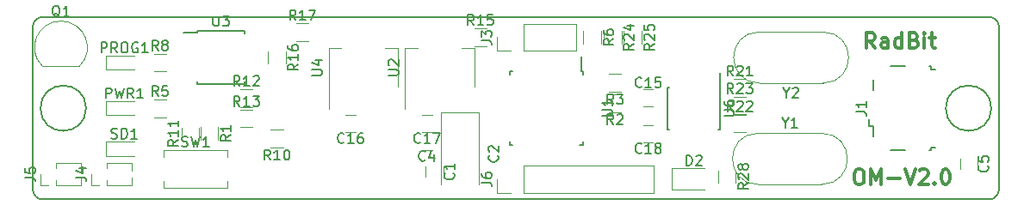
<source format=gbr>
%TF.GenerationSoftware,KiCad,Pcbnew,4.0.7*%
%TF.CreationDate,2018-01-21T21:44:21+02:00*%
%TF.ProjectId,OilMeteo_V2.0,4F696C4D6574656F5F56322E302E6B69,rev?*%
%TF.FileFunction,Legend,Top*%
%FSLAX46Y46*%
G04 Gerber Fmt 4.6, Leading zero omitted, Abs format (unit mm)*
G04 Created by KiCad (PCBNEW 4.0.7) date 01/21/18 21:44:21*
%MOMM*%
%LPD*%
G01*
G04 APERTURE LIST*
%ADD10C,0.150000*%
%ADD11C,0.300000*%
%ADD12C,0.120000*%
G04 APERTURE END LIST*
D10*
X100000000Y-35000000D02*
X193000000Y-35000000D01*
X99000000Y-52000000D02*
X99000000Y-36000000D01*
X193000000Y-53000000D02*
X100000000Y-53000000D01*
X194000000Y-36000000D02*
X194000000Y-52000000D01*
X194000000Y-36000000D02*
G75*
G03X193000000Y-35000000I-1000000J0D01*
G01*
X193000000Y-53000000D02*
G75*
G03X194000000Y-52000000I0J1000000D01*
G01*
X99000000Y-52000000D02*
G75*
G03X100000000Y-53000000I1000000J0D01*
G01*
X100000000Y-35000000D02*
G75*
G03X99000000Y-36000000I0J-1000000D01*
G01*
D11*
X181807789Y-38062291D02*
X181307789Y-37348006D01*
X180950646Y-38062291D02*
X180950646Y-36562291D01*
X181522074Y-36562291D01*
X181664932Y-36633720D01*
X181736360Y-36705149D01*
X181807789Y-36848006D01*
X181807789Y-37062291D01*
X181736360Y-37205149D01*
X181664932Y-37276577D01*
X181522074Y-37348006D01*
X180950646Y-37348006D01*
X183093503Y-38062291D02*
X183093503Y-37276577D01*
X183022074Y-37133720D01*
X182879217Y-37062291D01*
X182593503Y-37062291D01*
X182450646Y-37133720D01*
X183093503Y-37990863D02*
X182950646Y-38062291D01*
X182593503Y-38062291D01*
X182450646Y-37990863D01*
X182379217Y-37848006D01*
X182379217Y-37705149D01*
X182450646Y-37562291D01*
X182593503Y-37490863D01*
X182950646Y-37490863D01*
X183093503Y-37419434D01*
X184450646Y-38062291D02*
X184450646Y-36562291D01*
X184450646Y-37990863D02*
X184307789Y-38062291D01*
X184022075Y-38062291D01*
X183879217Y-37990863D01*
X183807789Y-37919434D01*
X183736360Y-37776577D01*
X183736360Y-37348006D01*
X183807789Y-37205149D01*
X183879217Y-37133720D01*
X184022075Y-37062291D01*
X184307789Y-37062291D01*
X184450646Y-37133720D01*
X185664932Y-37276577D02*
X185879218Y-37348006D01*
X185950646Y-37419434D01*
X186022075Y-37562291D01*
X186022075Y-37776577D01*
X185950646Y-37919434D01*
X185879218Y-37990863D01*
X185736360Y-38062291D01*
X185164932Y-38062291D01*
X185164932Y-36562291D01*
X185664932Y-36562291D01*
X185807789Y-36633720D01*
X185879218Y-36705149D01*
X185950646Y-36848006D01*
X185950646Y-36990863D01*
X185879218Y-37133720D01*
X185807789Y-37205149D01*
X185664932Y-37276577D01*
X185164932Y-37276577D01*
X186664932Y-38062291D02*
X186664932Y-37062291D01*
X186664932Y-36562291D02*
X186593503Y-36633720D01*
X186664932Y-36705149D01*
X186736360Y-36633720D01*
X186664932Y-36562291D01*
X186664932Y-36705149D01*
X187164932Y-37062291D02*
X187736361Y-37062291D01*
X187379218Y-36562291D02*
X187379218Y-37848006D01*
X187450646Y-37990863D01*
X187593504Y-38062291D01*
X187736361Y-38062291D01*
X180102737Y-50029371D02*
X180388451Y-50029371D01*
X180531309Y-50100800D01*
X180674166Y-50243657D01*
X180745594Y-50529371D01*
X180745594Y-51029371D01*
X180674166Y-51315086D01*
X180531309Y-51457943D01*
X180388451Y-51529371D01*
X180102737Y-51529371D01*
X179959880Y-51457943D01*
X179817023Y-51315086D01*
X179745594Y-51029371D01*
X179745594Y-50529371D01*
X179817023Y-50243657D01*
X179959880Y-50100800D01*
X180102737Y-50029371D01*
X181388452Y-51529371D02*
X181388452Y-50029371D01*
X181888452Y-51100800D01*
X182388452Y-50029371D01*
X182388452Y-51529371D01*
X183102738Y-50957943D02*
X184245595Y-50957943D01*
X184745595Y-50029371D02*
X185245595Y-51529371D01*
X185745595Y-50029371D01*
X186174166Y-50172229D02*
X186245595Y-50100800D01*
X186388452Y-50029371D01*
X186745595Y-50029371D01*
X186888452Y-50100800D01*
X186959881Y-50172229D01*
X187031309Y-50315086D01*
X187031309Y-50457943D01*
X186959881Y-50672229D01*
X186102738Y-51529371D01*
X187031309Y-51529371D01*
X187674166Y-51386514D02*
X187745594Y-51457943D01*
X187674166Y-51529371D01*
X187602737Y-51457943D01*
X187674166Y-51386514D01*
X187674166Y-51529371D01*
X188674166Y-50029371D02*
X188817023Y-50029371D01*
X188959880Y-50100800D01*
X189031309Y-50172229D01*
X189102738Y-50315086D01*
X189174166Y-50600800D01*
X189174166Y-50957943D01*
X189102738Y-51243657D01*
X189031309Y-51386514D01*
X188959880Y-51457943D01*
X188817023Y-51529371D01*
X188674166Y-51529371D01*
X188531309Y-51457943D01*
X188459880Y-51386514D01*
X188388452Y-51243657D01*
X188317023Y-50957943D01*
X188317023Y-50600800D01*
X188388452Y-50315086D01*
X188459880Y-50172229D01*
X188531309Y-50100800D01*
X188674166Y-50029371D01*
D10*
X104236068Y-44000000D02*
G75*
G03X104236068Y-44000000I-2236068J0D01*
G01*
X193236068Y-44000000D02*
G75*
G03X193236068Y-44000000I-2236068J0D01*
G01*
D12*
X139350000Y-50750000D02*
X139350000Y-49750000D01*
X137650000Y-49750000D02*
X137650000Y-50750000D01*
X142850000Y-44400000D02*
X142850000Y-51500000D01*
X139150000Y-44400000D02*
X139150000Y-51500000D01*
X142850000Y-44400000D02*
X139150000Y-44400000D01*
X137250000Y-48100000D02*
X138250000Y-48100000D01*
X138250000Y-46400000D02*
X137250000Y-46400000D01*
X191850000Y-50000000D02*
X191850000Y-49000000D01*
X190150000Y-49000000D02*
X190150000Y-50000000D01*
X160000000Y-42150000D02*
X159000000Y-42150000D01*
X159000000Y-43850000D02*
X160000000Y-43850000D01*
X129750000Y-46350000D02*
X130750000Y-46350000D01*
X130750000Y-44650000D02*
X129750000Y-44650000D01*
X137250000Y-46350000D02*
X138250000Y-46350000D01*
X138250000Y-44650000D02*
X137250000Y-44650000D01*
X159000000Y-47350000D02*
X160000000Y-47350000D01*
X160000000Y-45650000D02*
X159000000Y-45650000D01*
X161800000Y-49940000D02*
X161800000Y-52060000D01*
X165000000Y-49940000D02*
X161800000Y-49940000D01*
X161800000Y-52060000D02*
X165000000Y-52060000D01*
D10*
X183350000Y-48150000D02*
X184750000Y-48150000D01*
X187150000Y-48150000D02*
X187300000Y-48150000D01*
X187300000Y-48150000D02*
X187300000Y-47850000D01*
X187300000Y-47850000D02*
X187750000Y-47850000D01*
X187750000Y-40150000D02*
X187300000Y-40150000D01*
X187300000Y-40150000D02*
X187300000Y-39850000D01*
X187300000Y-39850000D02*
X187150000Y-39850000D01*
X184750000Y-39850000D02*
X183350000Y-39850000D01*
X181175000Y-45075000D02*
X181175000Y-45800000D01*
X181175000Y-45800000D02*
X181600000Y-45800000D01*
X181600000Y-45800000D02*
X181600000Y-46800000D01*
X181600000Y-42200000D02*
X181600000Y-41200000D01*
D12*
X152410000Y-38330000D02*
X152410000Y-35670000D01*
X147270000Y-38330000D02*
X152410000Y-38330000D01*
X147270000Y-35670000D02*
X152410000Y-35670000D01*
X147270000Y-38330000D02*
X147270000Y-35670000D01*
X146000000Y-38330000D02*
X144670000Y-38330000D01*
X144670000Y-38330000D02*
X144670000Y-37000000D01*
X108735000Y-51610000D02*
X108735000Y-50807530D01*
X108735000Y-50192470D02*
X108735000Y-49390000D01*
X106260000Y-51610000D02*
X108735000Y-51610000D01*
X106260000Y-49390000D02*
X108735000Y-49390000D01*
X106260000Y-51610000D02*
X106260000Y-51063471D01*
X106260000Y-49936529D02*
X106260000Y-49390000D01*
X105500000Y-51610000D02*
X104740000Y-51610000D01*
X104740000Y-51610000D02*
X104740000Y-50500000D01*
X103735000Y-51610000D02*
X103735000Y-50807530D01*
X103735000Y-50192470D02*
X103735000Y-49390000D01*
X101260000Y-51610000D02*
X103735000Y-51610000D01*
X101260000Y-49390000D02*
X103735000Y-49390000D01*
X101260000Y-51610000D02*
X101260000Y-51063471D01*
X101260000Y-49936529D02*
X101260000Y-49390000D01*
X100500000Y-51610000D02*
X99740000Y-51610000D01*
X99740000Y-51610000D02*
X99740000Y-50500000D01*
X160030000Y-52330000D02*
X160030000Y-49670000D01*
X147270000Y-52330000D02*
X160030000Y-52330000D01*
X147270000Y-49670000D02*
X160030000Y-49670000D01*
X147270000Y-52330000D02*
X147270000Y-49670000D01*
X146000000Y-52330000D02*
X144670000Y-52330000D01*
X144670000Y-52330000D02*
X144670000Y-51000000D01*
X106200000Y-38800000D02*
X106200000Y-40200000D01*
X106200000Y-40200000D02*
X109000000Y-40200000D01*
X106200000Y-38800000D02*
X109000000Y-38800000D01*
X106200000Y-43300000D02*
X106200000Y-44700000D01*
X106200000Y-44700000D02*
X109000000Y-44700000D01*
X106200000Y-43300000D02*
X109000000Y-43300000D01*
X99970000Y-39850000D02*
X103570000Y-39850000D01*
X99931522Y-39838478D02*
G75*
G02X101770000Y-35400000I1838478J1838478D01*
G01*
X103608478Y-39838478D02*
G75*
G03X101770000Y-35400000I-1838478J1838478D01*
G01*
X115477400Y-47082000D02*
X115477400Y-45882000D01*
X117237400Y-45882000D02*
X117237400Y-47082000D01*
X155650000Y-42620000D02*
X156850000Y-42620000D01*
X156850000Y-44380000D02*
X155650000Y-44380000D01*
X155650000Y-40620000D02*
X156850000Y-40620000D01*
X156850000Y-42380000D02*
X155650000Y-42380000D01*
X112100000Y-44880000D02*
X110900000Y-44880000D01*
X110900000Y-43120000D02*
X112100000Y-43120000D01*
X153120000Y-37600000D02*
X153120000Y-36400000D01*
X154880000Y-36400000D02*
X154880000Y-37600000D01*
X112100000Y-40380000D02*
X110900000Y-40380000D01*
X110900000Y-38620000D02*
X112100000Y-38620000D01*
X122400000Y-46120000D02*
X123600000Y-46120000D01*
X123600000Y-47880000D02*
X122400000Y-47880000D01*
X115380000Y-45900000D02*
X115380000Y-47100000D01*
X113620000Y-47100000D02*
X113620000Y-45900000D01*
X120600000Y-43880000D02*
X119400000Y-43880000D01*
X119400000Y-42120000D02*
X120600000Y-42120000D01*
X120600000Y-45880000D02*
X119400000Y-45880000D01*
X119400000Y-44120000D02*
X120600000Y-44120000D01*
X143600000Y-37880000D02*
X142400000Y-37880000D01*
X142400000Y-36120000D02*
X143600000Y-36120000D01*
X122120000Y-39600000D02*
X122120000Y-38400000D01*
X123880000Y-38400000D02*
X123880000Y-39600000D01*
X126100000Y-37380000D02*
X124900000Y-37380000D01*
X124900000Y-35620000D02*
X126100000Y-35620000D01*
X169100000Y-42880000D02*
X167900000Y-42880000D01*
X167900000Y-41120000D02*
X169100000Y-41120000D01*
X169100000Y-46380000D02*
X167900000Y-46380000D01*
X167900000Y-44620000D02*
X169100000Y-44620000D01*
X169100000Y-44630000D02*
X167900000Y-44630000D01*
X167900000Y-42870000D02*
X169100000Y-42870000D01*
X155120000Y-37600000D02*
X155120000Y-36400000D01*
X156880000Y-36400000D02*
X156880000Y-37600000D01*
X157120000Y-37600000D02*
X157120000Y-36400000D01*
X158880000Y-36400000D02*
X158880000Y-37600000D01*
X166370000Y-51350000D02*
X166370000Y-50150000D01*
X168130000Y-50150000D02*
X168130000Y-51350000D01*
X106200000Y-47300000D02*
X106200000Y-48700000D01*
X106200000Y-48700000D02*
X109000000Y-48700000D01*
X106200000Y-47300000D02*
X109000000Y-47300000D01*
X118100000Y-48150000D02*
X118100000Y-48800000D01*
X118100000Y-51850000D02*
X118100000Y-51200000D01*
X111900000Y-51200000D02*
X111900000Y-51850000D01*
X111900000Y-48150000D02*
X111900000Y-48800000D01*
X118100000Y-48150000D02*
X111900000Y-48150000D01*
X111900000Y-51850000D02*
X118100000Y-51850000D01*
D10*
X153125000Y-40375000D02*
X152900000Y-40375000D01*
X153125000Y-47625000D02*
X152800000Y-47625000D01*
X145875000Y-47625000D02*
X146200000Y-47625000D01*
X145875000Y-40375000D02*
X146200000Y-40375000D01*
X153125000Y-40375000D02*
X153125000Y-40700000D01*
X145875000Y-40375000D02*
X145875000Y-40700000D01*
X145875000Y-47625000D02*
X145875000Y-47300000D01*
X153125000Y-47625000D02*
X153125000Y-47300000D01*
X152900000Y-40375000D02*
X152900000Y-38950000D01*
D12*
X142410000Y-38090000D02*
X141150000Y-38090000D01*
X135590000Y-38090000D02*
X136850000Y-38090000D01*
X142410000Y-41850000D02*
X142410000Y-38090000D01*
X135590000Y-44100000D02*
X135590000Y-38090000D01*
D10*
X115175000Y-36375000D02*
X115175000Y-36500000D01*
X119825000Y-36375000D02*
X119825000Y-36600000D01*
X119825000Y-41625000D02*
X119825000Y-41400000D01*
X115175000Y-41625000D02*
X115175000Y-41400000D01*
X115175000Y-36375000D02*
X119825000Y-36375000D01*
X115175000Y-41625000D02*
X119825000Y-41625000D01*
X115175000Y-36500000D02*
X113825000Y-36500000D01*
D12*
X134910000Y-38090000D02*
X133650000Y-38090000D01*
X128090000Y-38090000D02*
X129350000Y-38090000D01*
X134910000Y-41850000D02*
X134910000Y-38090000D01*
X128090000Y-44100000D02*
X128090000Y-38090000D01*
D10*
X166575000Y-41925000D02*
X166525000Y-41925000D01*
X166575000Y-46075000D02*
X166430000Y-46075000D01*
X161425000Y-46075000D02*
X161570000Y-46075000D01*
X161425000Y-41925000D02*
X161570000Y-41925000D01*
X166575000Y-41925000D02*
X166575000Y-46075000D01*
X161425000Y-41925000D02*
X161425000Y-46075000D01*
X166525000Y-41925000D02*
X166525000Y-40525000D01*
D12*
X170315000Y-46475000D02*
X176565000Y-46475000D01*
X170315000Y-51525000D02*
X176565000Y-51525000D01*
X170315000Y-51525000D02*
G75*
G02X170315000Y-46475000I0J2525000D01*
G01*
X176565000Y-51525000D02*
G75*
G03X176565000Y-46475000I0J2525000D01*
G01*
X176685000Y-41525000D02*
X170435000Y-41525000D01*
X176685000Y-36475000D02*
X170435000Y-36475000D01*
X176685000Y-36475000D02*
G75*
G02X176685000Y-41525000I0J-2525000D01*
G01*
X170435000Y-36475000D02*
G75*
G03X170435000Y-41525000I0J-2525000D01*
G01*
D10*
X140357143Y-50416666D02*
X140404762Y-50464285D01*
X140452381Y-50607142D01*
X140452381Y-50702380D01*
X140404762Y-50845238D01*
X140309524Y-50940476D01*
X140214286Y-50988095D01*
X140023810Y-51035714D01*
X139880952Y-51035714D01*
X139690476Y-50988095D01*
X139595238Y-50940476D01*
X139500000Y-50845238D01*
X139452381Y-50702380D01*
X139452381Y-50607142D01*
X139500000Y-50464285D01*
X139547619Y-50416666D01*
X140452381Y-49464285D02*
X140452381Y-50035714D01*
X140452381Y-49750000D02*
X139452381Y-49750000D01*
X139595238Y-49845238D01*
X139690476Y-49940476D01*
X139738095Y-50035714D01*
X144707143Y-48666666D02*
X144754762Y-48714285D01*
X144802381Y-48857142D01*
X144802381Y-48952380D01*
X144754762Y-49095238D01*
X144659524Y-49190476D01*
X144564286Y-49238095D01*
X144373810Y-49285714D01*
X144230952Y-49285714D01*
X144040476Y-49238095D01*
X143945238Y-49190476D01*
X143850000Y-49095238D01*
X143802381Y-48952380D01*
X143802381Y-48857142D01*
X143850000Y-48714285D01*
X143897619Y-48666666D01*
X143897619Y-48285714D02*
X143850000Y-48238095D01*
X143802381Y-48142857D01*
X143802381Y-47904761D01*
X143850000Y-47809523D01*
X143897619Y-47761904D01*
X143992857Y-47714285D01*
X144088095Y-47714285D01*
X144230952Y-47761904D01*
X144802381Y-48333333D01*
X144802381Y-47714285D01*
X137583334Y-49107143D02*
X137535715Y-49154762D01*
X137392858Y-49202381D01*
X137297620Y-49202381D01*
X137154762Y-49154762D01*
X137059524Y-49059524D01*
X137011905Y-48964286D01*
X136964286Y-48773810D01*
X136964286Y-48630952D01*
X137011905Y-48440476D01*
X137059524Y-48345238D01*
X137154762Y-48250000D01*
X137297620Y-48202381D01*
X137392858Y-48202381D01*
X137535715Y-48250000D01*
X137583334Y-48297619D01*
X138440477Y-48535714D02*
X138440477Y-49202381D01*
X138202381Y-48154762D02*
X137964286Y-48869048D01*
X138583334Y-48869048D01*
X192857143Y-49666666D02*
X192904762Y-49714285D01*
X192952381Y-49857142D01*
X192952381Y-49952380D01*
X192904762Y-50095238D01*
X192809524Y-50190476D01*
X192714286Y-50238095D01*
X192523810Y-50285714D01*
X192380952Y-50285714D01*
X192190476Y-50238095D01*
X192095238Y-50190476D01*
X192000000Y-50095238D01*
X191952381Y-49952380D01*
X191952381Y-49857142D01*
X192000000Y-49714285D01*
X192047619Y-49666666D01*
X191952381Y-48761904D02*
X191952381Y-49238095D01*
X192428571Y-49285714D01*
X192380952Y-49238095D01*
X192333333Y-49142857D01*
X192333333Y-48904761D01*
X192380952Y-48809523D01*
X192428571Y-48761904D01*
X192523810Y-48714285D01*
X192761905Y-48714285D01*
X192857143Y-48761904D01*
X192904762Y-48809523D01*
X192952381Y-48904761D01*
X192952381Y-49142857D01*
X192904762Y-49238095D01*
X192857143Y-49285714D01*
X158857143Y-41857143D02*
X158809524Y-41904762D01*
X158666667Y-41952381D01*
X158571429Y-41952381D01*
X158428571Y-41904762D01*
X158333333Y-41809524D01*
X158285714Y-41714286D01*
X158238095Y-41523810D01*
X158238095Y-41380952D01*
X158285714Y-41190476D01*
X158333333Y-41095238D01*
X158428571Y-41000000D01*
X158571429Y-40952381D01*
X158666667Y-40952381D01*
X158809524Y-41000000D01*
X158857143Y-41047619D01*
X159809524Y-41952381D02*
X159238095Y-41952381D01*
X159523809Y-41952381D02*
X159523809Y-40952381D01*
X159428571Y-41095238D01*
X159333333Y-41190476D01*
X159238095Y-41238095D01*
X160714286Y-40952381D02*
X160238095Y-40952381D01*
X160190476Y-41428571D01*
X160238095Y-41380952D01*
X160333333Y-41333333D01*
X160571429Y-41333333D01*
X160666667Y-41380952D01*
X160714286Y-41428571D01*
X160761905Y-41523810D01*
X160761905Y-41761905D01*
X160714286Y-41857143D01*
X160666667Y-41904762D01*
X160571429Y-41952381D01*
X160333333Y-41952381D01*
X160238095Y-41904762D01*
X160190476Y-41857143D01*
X129607143Y-47357143D02*
X129559524Y-47404762D01*
X129416667Y-47452381D01*
X129321429Y-47452381D01*
X129178571Y-47404762D01*
X129083333Y-47309524D01*
X129035714Y-47214286D01*
X128988095Y-47023810D01*
X128988095Y-46880952D01*
X129035714Y-46690476D01*
X129083333Y-46595238D01*
X129178571Y-46500000D01*
X129321429Y-46452381D01*
X129416667Y-46452381D01*
X129559524Y-46500000D01*
X129607143Y-46547619D01*
X130559524Y-47452381D02*
X129988095Y-47452381D01*
X130273809Y-47452381D02*
X130273809Y-46452381D01*
X130178571Y-46595238D01*
X130083333Y-46690476D01*
X129988095Y-46738095D01*
X131416667Y-46452381D02*
X131226190Y-46452381D01*
X131130952Y-46500000D01*
X131083333Y-46547619D01*
X130988095Y-46690476D01*
X130940476Y-46880952D01*
X130940476Y-47261905D01*
X130988095Y-47357143D01*
X131035714Y-47404762D01*
X131130952Y-47452381D01*
X131321429Y-47452381D01*
X131416667Y-47404762D01*
X131464286Y-47357143D01*
X131511905Y-47261905D01*
X131511905Y-47023810D01*
X131464286Y-46928571D01*
X131416667Y-46880952D01*
X131321429Y-46833333D01*
X131130952Y-46833333D01*
X131035714Y-46880952D01*
X130988095Y-46928571D01*
X130940476Y-47023810D01*
X137107143Y-47357143D02*
X137059524Y-47404762D01*
X136916667Y-47452381D01*
X136821429Y-47452381D01*
X136678571Y-47404762D01*
X136583333Y-47309524D01*
X136535714Y-47214286D01*
X136488095Y-47023810D01*
X136488095Y-46880952D01*
X136535714Y-46690476D01*
X136583333Y-46595238D01*
X136678571Y-46500000D01*
X136821429Y-46452381D01*
X136916667Y-46452381D01*
X137059524Y-46500000D01*
X137107143Y-46547619D01*
X138059524Y-47452381D02*
X137488095Y-47452381D01*
X137773809Y-47452381D02*
X137773809Y-46452381D01*
X137678571Y-46595238D01*
X137583333Y-46690476D01*
X137488095Y-46738095D01*
X138392857Y-46452381D02*
X139059524Y-46452381D01*
X138630952Y-47452381D01*
X158857143Y-48357143D02*
X158809524Y-48404762D01*
X158666667Y-48452381D01*
X158571429Y-48452381D01*
X158428571Y-48404762D01*
X158333333Y-48309524D01*
X158285714Y-48214286D01*
X158238095Y-48023810D01*
X158238095Y-47880952D01*
X158285714Y-47690476D01*
X158333333Y-47595238D01*
X158428571Y-47500000D01*
X158571429Y-47452381D01*
X158666667Y-47452381D01*
X158809524Y-47500000D01*
X158857143Y-47547619D01*
X159809524Y-48452381D02*
X159238095Y-48452381D01*
X159523809Y-48452381D02*
X159523809Y-47452381D01*
X159428571Y-47595238D01*
X159333333Y-47690476D01*
X159238095Y-47738095D01*
X160380952Y-47880952D02*
X160285714Y-47833333D01*
X160238095Y-47785714D01*
X160190476Y-47690476D01*
X160190476Y-47642857D01*
X160238095Y-47547619D01*
X160285714Y-47500000D01*
X160380952Y-47452381D01*
X160571429Y-47452381D01*
X160666667Y-47500000D01*
X160714286Y-47547619D01*
X160761905Y-47642857D01*
X160761905Y-47690476D01*
X160714286Y-47785714D01*
X160666667Y-47833333D01*
X160571429Y-47880952D01*
X160380952Y-47880952D01*
X160285714Y-47928571D01*
X160238095Y-47976190D01*
X160190476Y-48071429D01*
X160190476Y-48261905D01*
X160238095Y-48357143D01*
X160285714Y-48404762D01*
X160380952Y-48452381D01*
X160571429Y-48452381D01*
X160666667Y-48404762D01*
X160714286Y-48357143D01*
X160761905Y-48261905D01*
X160761905Y-48071429D01*
X160714286Y-47976190D01*
X160666667Y-47928571D01*
X160571429Y-47880952D01*
X163261905Y-49652381D02*
X163261905Y-48652381D01*
X163500000Y-48652381D01*
X163642858Y-48700000D01*
X163738096Y-48795238D01*
X163785715Y-48890476D01*
X163833334Y-49080952D01*
X163833334Y-49223810D01*
X163785715Y-49414286D01*
X163738096Y-49509524D01*
X163642858Y-49604762D01*
X163500000Y-49652381D01*
X163261905Y-49652381D01*
X164214286Y-48747619D02*
X164261905Y-48700000D01*
X164357143Y-48652381D01*
X164595239Y-48652381D01*
X164690477Y-48700000D01*
X164738096Y-48747619D01*
X164785715Y-48842857D01*
X164785715Y-48938095D01*
X164738096Y-49080952D01*
X164166667Y-49652381D01*
X164785715Y-49652381D01*
X179952381Y-44333333D02*
X180666667Y-44333333D01*
X180809524Y-44380953D01*
X180904762Y-44476191D01*
X180952381Y-44619048D01*
X180952381Y-44714286D01*
X180952381Y-43333333D02*
X180952381Y-43904762D01*
X180952381Y-43619048D02*
X179952381Y-43619048D01*
X180095238Y-43714286D01*
X180190476Y-43809524D01*
X180238095Y-43904762D01*
X143122381Y-37333333D02*
X143836667Y-37333333D01*
X143979524Y-37380953D01*
X144074762Y-37476191D01*
X144122381Y-37619048D01*
X144122381Y-37714286D01*
X143122381Y-36952381D02*
X143122381Y-36333333D01*
X143503333Y-36666667D01*
X143503333Y-36523809D01*
X143550952Y-36428571D01*
X143598571Y-36380952D01*
X143693810Y-36333333D01*
X143931905Y-36333333D01*
X144027143Y-36380952D01*
X144074762Y-36428571D01*
X144122381Y-36523809D01*
X144122381Y-36809524D01*
X144074762Y-36904762D01*
X144027143Y-36952381D01*
X103257381Y-50833333D02*
X103971667Y-50833333D01*
X104114524Y-50880953D01*
X104209762Y-50976191D01*
X104257381Y-51119048D01*
X104257381Y-51214286D01*
X103590714Y-49928571D02*
X104257381Y-49928571D01*
X103209762Y-50166667D02*
X103924048Y-50404762D01*
X103924048Y-49785714D01*
X98257381Y-50833333D02*
X98971667Y-50833333D01*
X99114524Y-50880953D01*
X99209762Y-50976191D01*
X99257381Y-51119048D01*
X99257381Y-51214286D01*
X98257381Y-49880952D02*
X98257381Y-50357143D01*
X98733571Y-50404762D01*
X98685952Y-50357143D01*
X98638333Y-50261905D01*
X98638333Y-50023809D01*
X98685952Y-49928571D01*
X98733571Y-49880952D01*
X98828810Y-49833333D01*
X99066905Y-49833333D01*
X99162143Y-49880952D01*
X99209762Y-49928571D01*
X99257381Y-50023809D01*
X99257381Y-50261905D01*
X99209762Y-50357143D01*
X99162143Y-50404762D01*
X143122381Y-51333333D02*
X143836667Y-51333333D01*
X143979524Y-51380953D01*
X144074762Y-51476191D01*
X144122381Y-51619048D01*
X144122381Y-51714286D01*
X143122381Y-50428571D02*
X143122381Y-50619048D01*
X143170000Y-50714286D01*
X143217619Y-50761905D01*
X143360476Y-50857143D01*
X143550952Y-50904762D01*
X143931905Y-50904762D01*
X144027143Y-50857143D01*
X144074762Y-50809524D01*
X144122381Y-50714286D01*
X144122381Y-50523809D01*
X144074762Y-50428571D01*
X144027143Y-50380952D01*
X143931905Y-50333333D01*
X143693810Y-50333333D01*
X143598571Y-50380952D01*
X143550952Y-50428571D01*
X143503333Y-50523809D01*
X143503333Y-50714286D01*
X143550952Y-50809524D01*
X143598571Y-50857143D01*
X143693810Y-50904762D01*
X105738095Y-38502381D02*
X105738095Y-37502381D01*
X106119048Y-37502381D01*
X106214286Y-37550000D01*
X106261905Y-37597619D01*
X106309524Y-37692857D01*
X106309524Y-37835714D01*
X106261905Y-37930952D01*
X106214286Y-37978571D01*
X106119048Y-38026190D01*
X105738095Y-38026190D01*
X107309524Y-38502381D02*
X106976190Y-38026190D01*
X106738095Y-38502381D02*
X106738095Y-37502381D01*
X107119048Y-37502381D01*
X107214286Y-37550000D01*
X107261905Y-37597619D01*
X107309524Y-37692857D01*
X107309524Y-37835714D01*
X107261905Y-37930952D01*
X107214286Y-37978571D01*
X107119048Y-38026190D01*
X106738095Y-38026190D01*
X107928571Y-37502381D02*
X108119048Y-37502381D01*
X108214286Y-37550000D01*
X108309524Y-37645238D01*
X108357143Y-37835714D01*
X108357143Y-38169048D01*
X108309524Y-38359524D01*
X108214286Y-38454762D01*
X108119048Y-38502381D01*
X107928571Y-38502381D01*
X107833333Y-38454762D01*
X107738095Y-38359524D01*
X107690476Y-38169048D01*
X107690476Y-37835714D01*
X107738095Y-37645238D01*
X107833333Y-37550000D01*
X107928571Y-37502381D01*
X109309524Y-37550000D02*
X109214286Y-37502381D01*
X109071429Y-37502381D01*
X108928571Y-37550000D01*
X108833333Y-37645238D01*
X108785714Y-37740476D01*
X108738095Y-37930952D01*
X108738095Y-38073810D01*
X108785714Y-38264286D01*
X108833333Y-38359524D01*
X108928571Y-38454762D01*
X109071429Y-38502381D01*
X109166667Y-38502381D01*
X109309524Y-38454762D01*
X109357143Y-38407143D01*
X109357143Y-38073810D01*
X109166667Y-38073810D01*
X110309524Y-38502381D02*
X109738095Y-38502381D01*
X110023809Y-38502381D02*
X110023809Y-37502381D01*
X109928571Y-37645238D01*
X109833333Y-37740476D01*
X109738095Y-37788095D01*
X106190476Y-43002381D02*
X106190476Y-42002381D01*
X106571429Y-42002381D01*
X106666667Y-42050000D01*
X106714286Y-42097619D01*
X106761905Y-42192857D01*
X106761905Y-42335714D01*
X106714286Y-42430952D01*
X106666667Y-42478571D01*
X106571429Y-42526190D01*
X106190476Y-42526190D01*
X107095238Y-42002381D02*
X107333333Y-43002381D01*
X107523810Y-42288095D01*
X107714286Y-43002381D01*
X107952381Y-42002381D01*
X108904762Y-43002381D02*
X108571428Y-42526190D01*
X108333333Y-43002381D02*
X108333333Y-42002381D01*
X108714286Y-42002381D01*
X108809524Y-42050000D01*
X108857143Y-42097619D01*
X108904762Y-42192857D01*
X108904762Y-42335714D01*
X108857143Y-42430952D01*
X108809524Y-42478571D01*
X108714286Y-42526190D01*
X108333333Y-42526190D01*
X109857143Y-43002381D02*
X109285714Y-43002381D01*
X109571428Y-43002381D02*
X109571428Y-42002381D01*
X109476190Y-42145238D01*
X109380952Y-42240476D01*
X109285714Y-42288095D01*
X101674762Y-34987619D02*
X101579524Y-34940000D01*
X101484286Y-34844762D01*
X101341429Y-34701905D01*
X101246190Y-34654286D01*
X101150952Y-34654286D01*
X101198571Y-34892381D02*
X101103333Y-34844762D01*
X101008095Y-34749524D01*
X100960476Y-34559048D01*
X100960476Y-34225714D01*
X101008095Y-34035238D01*
X101103333Y-33940000D01*
X101198571Y-33892381D01*
X101389048Y-33892381D01*
X101484286Y-33940000D01*
X101579524Y-34035238D01*
X101627143Y-34225714D01*
X101627143Y-34559048D01*
X101579524Y-34749524D01*
X101484286Y-34844762D01*
X101389048Y-34892381D01*
X101198571Y-34892381D01*
X102579524Y-34892381D02*
X102008095Y-34892381D01*
X102293809Y-34892381D02*
X102293809Y-33892381D01*
X102198571Y-34035238D01*
X102103333Y-34130476D01*
X102008095Y-34178095D01*
X118459781Y-46648666D02*
X117983590Y-46982000D01*
X118459781Y-47220095D02*
X117459781Y-47220095D01*
X117459781Y-46839142D01*
X117507400Y-46743904D01*
X117555019Y-46696285D01*
X117650257Y-46648666D01*
X117793114Y-46648666D01*
X117888352Y-46696285D01*
X117935971Y-46743904D01*
X117983590Y-46839142D01*
X117983590Y-47220095D01*
X118459781Y-45696285D02*
X118459781Y-46267714D01*
X118459781Y-45982000D02*
X117459781Y-45982000D01*
X117602638Y-46077238D01*
X117697876Y-46172476D01*
X117745495Y-46267714D01*
X156083334Y-45602381D02*
X155750000Y-45126190D01*
X155511905Y-45602381D02*
X155511905Y-44602381D01*
X155892858Y-44602381D01*
X155988096Y-44650000D01*
X156035715Y-44697619D01*
X156083334Y-44792857D01*
X156083334Y-44935714D01*
X156035715Y-45030952D01*
X155988096Y-45078571D01*
X155892858Y-45126190D01*
X155511905Y-45126190D01*
X156464286Y-44697619D02*
X156511905Y-44650000D01*
X156607143Y-44602381D01*
X156845239Y-44602381D01*
X156940477Y-44650000D01*
X156988096Y-44697619D01*
X157035715Y-44792857D01*
X157035715Y-44888095D01*
X156988096Y-45030952D01*
X156416667Y-45602381D01*
X157035715Y-45602381D01*
X156083334Y-43602381D02*
X155750000Y-43126190D01*
X155511905Y-43602381D02*
X155511905Y-42602381D01*
X155892858Y-42602381D01*
X155988096Y-42650000D01*
X156035715Y-42697619D01*
X156083334Y-42792857D01*
X156083334Y-42935714D01*
X156035715Y-43030952D01*
X155988096Y-43078571D01*
X155892858Y-43126190D01*
X155511905Y-43126190D01*
X156416667Y-42602381D02*
X157035715Y-42602381D01*
X156702381Y-42983333D01*
X156845239Y-42983333D01*
X156940477Y-43030952D01*
X156988096Y-43078571D01*
X157035715Y-43173810D01*
X157035715Y-43411905D01*
X156988096Y-43507143D01*
X156940477Y-43554762D01*
X156845239Y-43602381D01*
X156559524Y-43602381D01*
X156464286Y-43554762D01*
X156416667Y-43507143D01*
X111333334Y-42802381D02*
X111000000Y-42326190D01*
X110761905Y-42802381D02*
X110761905Y-41802381D01*
X111142858Y-41802381D01*
X111238096Y-41850000D01*
X111285715Y-41897619D01*
X111333334Y-41992857D01*
X111333334Y-42135714D01*
X111285715Y-42230952D01*
X111238096Y-42278571D01*
X111142858Y-42326190D01*
X110761905Y-42326190D01*
X112238096Y-41802381D02*
X111761905Y-41802381D01*
X111714286Y-42278571D01*
X111761905Y-42230952D01*
X111857143Y-42183333D01*
X112095239Y-42183333D01*
X112190477Y-42230952D01*
X112238096Y-42278571D01*
X112285715Y-42373810D01*
X112285715Y-42611905D01*
X112238096Y-42707143D01*
X112190477Y-42754762D01*
X112095239Y-42802381D01*
X111857143Y-42802381D01*
X111761905Y-42754762D01*
X111714286Y-42707143D01*
X156102381Y-37166666D02*
X155626190Y-37500000D01*
X156102381Y-37738095D02*
X155102381Y-37738095D01*
X155102381Y-37357142D01*
X155150000Y-37261904D01*
X155197619Y-37214285D01*
X155292857Y-37166666D01*
X155435714Y-37166666D01*
X155530952Y-37214285D01*
X155578571Y-37261904D01*
X155626190Y-37357142D01*
X155626190Y-37738095D01*
X155102381Y-36309523D02*
X155102381Y-36500000D01*
X155150000Y-36595238D01*
X155197619Y-36642857D01*
X155340476Y-36738095D01*
X155530952Y-36785714D01*
X155911905Y-36785714D01*
X156007143Y-36738095D01*
X156054762Y-36690476D01*
X156102381Y-36595238D01*
X156102381Y-36404761D01*
X156054762Y-36309523D01*
X156007143Y-36261904D01*
X155911905Y-36214285D01*
X155673810Y-36214285D01*
X155578571Y-36261904D01*
X155530952Y-36309523D01*
X155483333Y-36404761D01*
X155483333Y-36595238D01*
X155530952Y-36690476D01*
X155578571Y-36738095D01*
X155673810Y-36785714D01*
X111333334Y-38302381D02*
X111000000Y-37826190D01*
X110761905Y-38302381D02*
X110761905Y-37302381D01*
X111142858Y-37302381D01*
X111238096Y-37350000D01*
X111285715Y-37397619D01*
X111333334Y-37492857D01*
X111333334Y-37635714D01*
X111285715Y-37730952D01*
X111238096Y-37778571D01*
X111142858Y-37826190D01*
X110761905Y-37826190D01*
X111904762Y-37730952D02*
X111809524Y-37683333D01*
X111761905Y-37635714D01*
X111714286Y-37540476D01*
X111714286Y-37492857D01*
X111761905Y-37397619D01*
X111809524Y-37350000D01*
X111904762Y-37302381D01*
X112095239Y-37302381D01*
X112190477Y-37350000D01*
X112238096Y-37397619D01*
X112285715Y-37492857D01*
X112285715Y-37540476D01*
X112238096Y-37635714D01*
X112190477Y-37683333D01*
X112095239Y-37730952D01*
X111904762Y-37730952D01*
X111809524Y-37778571D01*
X111761905Y-37826190D01*
X111714286Y-37921429D01*
X111714286Y-38111905D01*
X111761905Y-38207143D01*
X111809524Y-38254762D01*
X111904762Y-38302381D01*
X112095239Y-38302381D01*
X112190477Y-38254762D01*
X112238096Y-38207143D01*
X112285715Y-38111905D01*
X112285715Y-37921429D01*
X112238096Y-37826190D01*
X112190477Y-37778571D01*
X112095239Y-37730952D01*
X122357143Y-49102381D02*
X122023809Y-48626190D01*
X121785714Y-49102381D02*
X121785714Y-48102381D01*
X122166667Y-48102381D01*
X122261905Y-48150000D01*
X122309524Y-48197619D01*
X122357143Y-48292857D01*
X122357143Y-48435714D01*
X122309524Y-48530952D01*
X122261905Y-48578571D01*
X122166667Y-48626190D01*
X121785714Y-48626190D01*
X123309524Y-49102381D02*
X122738095Y-49102381D01*
X123023809Y-49102381D02*
X123023809Y-48102381D01*
X122928571Y-48245238D01*
X122833333Y-48340476D01*
X122738095Y-48388095D01*
X123928571Y-48102381D02*
X124023810Y-48102381D01*
X124119048Y-48150000D01*
X124166667Y-48197619D01*
X124214286Y-48292857D01*
X124261905Y-48483333D01*
X124261905Y-48721429D01*
X124214286Y-48911905D01*
X124166667Y-49007143D01*
X124119048Y-49054762D01*
X124023810Y-49102381D01*
X123928571Y-49102381D01*
X123833333Y-49054762D01*
X123785714Y-49007143D01*
X123738095Y-48911905D01*
X123690476Y-48721429D01*
X123690476Y-48483333D01*
X123738095Y-48292857D01*
X123785714Y-48197619D01*
X123833333Y-48150000D01*
X123928571Y-48102381D01*
X113302381Y-47142857D02*
X112826190Y-47476191D01*
X113302381Y-47714286D02*
X112302381Y-47714286D01*
X112302381Y-47333333D01*
X112350000Y-47238095D01*
X112397619Y-47190476D01*
X112492857Y-47142857D01*
X112635714Y-47142857D01*
X112730952Y-47190476D01*
X112778571Y-47238095D01*
X112826190Y-47333333D01*
X112826190Y-47714286D01*
X113302381Y-46190476D02*
X113302381Y-46761905D01*
X113302381Y-46476191D02*
X112302381Y-46476191D01*
X112445238Y-46571429D01*
X112540476Y-46666667D01*
X112588095Y-46761905D01*
X113302381Y-45238095D02*
X113302381Y-45809524D01*
X113302381Y-45523810D02*
X112302381Y-45523810D01*
X112445238Y-45619048D01*
X112540476Y-45714286D01*
X112588095Y-45809524D01*
X119357143Y-41802381D02*
X119023809Y-41326190D01*
X118785714Y-41802381D02*
X118785714Y-40802381D01*
X119166667Y-40802381D01*
X119261905Y-40850000D01*
X119309524Y-40897619D01*
X119357143Y-40992857D01*
X119357143Y-41135714D01*
X119309524Y-41230952D01*
X119261905Y-41278571D01*
X119166667Y-41326190D01*
X118785714Y-41326190D01*
X120309524Y-41802381D02*
X119738095Y-41802381D01*
X120023809Y-41802381D02*
X120023809Y-40802381D01*
X119928571Y-40945238D01*
X119833333Y-41040476D01*
X119738095Y-41088095D01*
X120690476Y-40897619D02*
X120738095Y-40850000D01*
X120833333Y-40802381D01*
X121071429Y-40802381D01*
X121166667Y-40850000D01*
X121214286Y-40897619D01*
X121261905Y-40992857D01*
X121261905Y-41088095D01*
X121214286Y-41230952D01*
X120642857Y-41802381D01*
X121261905Y-41802381D01*
X119357143Y-43802381D02*
X119023809Y-43326190D01*
X118785714Y-43802381D02*
X118785714Y-42802381D01*
X119166667Y-42802381D01*
X119261905Y-42850000D01*
X119309524Y-42897619D01*
X119357143Y-42992857D01*
X119357143Y-43135714D01*
X119309524Y-43230952D01*
X119261905Y-43278571D01*
X119166667Y-43326190D01*
X118785714Y-43326190D01*
X120309524Y-43802381D02*
X119738095Y-43802381D01*
X120023809Y-43802381D02*
X120023809Y-42802381D01*
X119928571Y-42945238D01*
X119833333Y-43040476D01*
X119738095Y-43088095D01*
X120642857Y-42802381D02*
X121261905Y-42802381D01*
X120928571Y-43183333D01*
X121071429Y-43183333D01*
X121166667Y-43230952D01*
X121214286Y-43278571D01*
X121261905Y-43373810D01*
X121261905Y-43611905D01*
X121214286Y-43707143D01*
X121166667Y-43754762D01*
X121071429Y-43802381D01*
X120785714Y-43802381D01*
X120690476Y-43754762D01*
X120642857Y-43707143D01*
X142357143Y-35802381D02*
X142023809Y-35326190D01*
X141785714Y-35802381D02*
X141785714Y-34802381D01*
X142166667Y-34802381D01*
X142261905Y-34850000D01*
X142309524Y-34897619D01*
X142357143Y-34992857D01*
X142357143Y-35135714D01*
X142309524Y-35230952D01*
X142261905Y-35278571D01*
X142166667Y-35326190D01*
X141785714Y-35326190D01*
X143309524Y-35802381D02*
X142738095Y-35802381D01*
X143023809Y-35802381D02*
X143023809Y-34802381D01*
X142928571Y-34945238D01*
X142833333Y-35040476D01*
X142738095Y-35088095D01*
X144214286Y-34802381D02*
X143738095Y-34802381D01*
X143690476Y-35278571D01*
X143738095Y-35230952D01*
X143833333Y-35183333D01*
X144071429Y-35183333D01*
X144166667Y-35230952D01*
X144214286Y-35278571D01*
X144261905Y-35373810D01*
X144261905Y-35611905D01*
X144214286Y-35707143D01*
X144166667Y-35754762D01*
X144071429Y-35802381D01*
X143833333Y-35802381D01*
X143738095Y-35754762D01*
X143690476Y-35707143D01*
X125102381Y-39642857D02*
X124626190Y-39976191D01*
X125102381Y-40214286D02*
X124102381Y-40214286D01*
X124102381Y-39833333D01*
X124150000Y-39738095D01*
X124197619Y-39690476D01*
X124292857Y-39642857D01*
X124435714Y-39642857D01*
X124530952Y-39690476D01*
X124578571Y-39738095D01*
X124626190Y-39833333D01*
X124626190Y-40214286D01*
X125102381Y-38690476D02*
X125102381Y-39261905D01*
X125102381Y-38976191D02*
X124102381Y-38976191D01*
X124245238Y-39071429D01*
X124340476Y-39166667D01*
X124388095Y-39261905D01*
X124102381Y-37833333D02*
X124102381Y-38023810D01*
X124150000Y-38119048D01*
X124197619Y-38166667D01*
X124340476Y-38261905D01*
X124530952Y-38309524D01*
X124911905Y-38309524D01*
X125007143Y-38261905D01*
X125054762Y-38214286D01*
X125102381Y-38119048D01*
X125102381Y-37928571D01*
X125054762Y-37833333D01*
X125007143Y-37785714D01*
X124911905Y-37738095D01*
X124673810Y-37738095D01*
X124578571Y-37785714D01*
X124530952Y-37833333D01*
X124483333Y-37928571D01*
X124483333Y-38119048D01*
X124530952Y-38214286D01*
X124578571Y-38261905D01*
X124673810Y-38309524D01*
X124857143Y-35302381D02*
X124523809Y-34826190D01*
X124285714Y-35302381D02*
X124285714Y-34302381D01*
X124666667Y-34302381D01*
X124761905Y-34350000D01*
X124809524Y-34397619D01*
X124857143Y-34492857D01*
X124857143Y-34635714D01*
X124809524Y-34730952D01*
X124761905Y-34778571D01*
X124666667Y-34826190D01*
X124285714Y-34826190D01*
X125809524Y-35302381D02*
X125238095Y-35302381D01*
X125523809Y-35302381D02*
X125523809Y-34302381D01*
X125428571Y-34445238D01*
X125333333Y-34540476D01*
X125238095Y-34588095D01*
X126142857Y-34302381D02*
X126809524Y-34302381D01*
X126380952Y-35302381D01*
X167857143Y-40802381D02*
X167523809Y-40326190D01*
X167285714Y-40802381D02*
X167285714Y-39802381D01*
X167666667Y-39802381D01*
X167761905Y-39850000D01*
X167809524Y-39897619D01*
X167857143Y-39992857D01*
X167857143Y-40135714D01*
X167809524Y-40230952D01*
X167761905Y-40278571D01*
X167666667Y-40326190D01*
X167285714Y-40326190D01*
X168238095Y-39897619D02*
X168285714Y-39850000D01*
X168380952Y-39802381D01*
X168619048Y-39802381D01*
X168714286Y-39850000D01*
X168761905Y-39897619D01*
X168809524Y-39992857D01*
X168809524Y-40088095D01*
X168761905Y-40230952D01*
X168190476Y-40802381D01*
X168809524Y-40802381D01*
X169761905Y-40802381D02*
X169190476Y-40802381D01*
X169476190Y-40802381D02*
X169476190Y-39802381D01*
X169380952Y-39945238D01*
X169285714Y-40040476D01*
X169190476Y-40088095D01*
X167857143Y-44302381D02*
X167523809Y-43826190D01*
X167285714Y-44302381D02*
X167285714Y-43302381D01*
X167666667Y-43302381D01*
X167761905Y-43350000D01*
X167809524Y-43397619D01*
X167857143Y-43492857D01*
X167857143Y-43635714D01*
X167809524Y-43730952D01*
X167761905Y-43778571D01*
X167666667Y-43826190D01*
X167285714Y-43826190D01*
X168238095Y-43397619D02*
X168285714Y-43350000D01*
X168380952Y-43302381D01*
X168619048Y-43302381D01*
X168714286Y-43350000D01*
X168761905Y-43397619D01*
X168809524Y-43492857D01*
X168809524Y-43588095D01*
X168761905Y-43730952D01*
X168190476Y-44302381D01*
X168809524Y-44302381D01*
X169190476Y-43397619D02*
X169238095Y-43350000D01*
X169333333Y-43302381D01*
X169571429Y-43302381D01*
X169666667Y-43350000D01*
X169714286Y-43397619D01*
X169761905Y-43492857D01*
X169761905Y-43588095D01*
X169714286Y-43730952D01*
X169142857Y-44302381D01*
X169761905Y-44302381D01*
X167857143Y-42552381D02*
X167523809Y-42076190D01*
X167285714Y-42552381D02*
X167285714Y-41552381D01*
X167666667Y-41552381D01*
X167761905Y-41600000D01*
X167809524Y-41647619D01*
X167857143Y-41742857D01*
X167857143Y-41885714D01*
X167809524Y-41980952D01*
X167761905Y-42028571D01*
X167666667Y-42076190D01*
X167285714Y-42076190D01*
X168238095Y-41647619D02*
X168285714Y-41600000D01*
X168380952Y-41552381D01*
X168619048Y-41552381D01*
X168714286Y-41600000D01*
X168761905Y-41647619D01*
X168809524Y-41742857D01*
X168809524Y-41838095D01*
X168761905Y-41980952D01*
X168190476Y-42552381D01*
X168809524Y-42552381D01*
X169142857Y-41552381D02*
X169761905Y-41552381D01*
X169428571Y-41933333D01*
X169571429Y-41933333D01*
X169666667Y-41980952D01*
X169714286Y-42028571D01*
X169761905Y-42123810D01*
X169761905Y-42361905D01*
X169714286Y-42457143D01*
X169666667Y-42504762D01*
X169571429Y-42552381D01*
X169285714Y-42552381D01*
X169190476Y-42504762D01*
X169142857Y-42457143D01*
X158102381Y-37642857D02*
X157626190Y-37976191D01*
X158102381Y-38214286D02*
X157102381Y-38214286D01*
X157102381Y-37833333D01*
X157150000Y-37738095D01*
X157197619Y-37690476D01*
X157292857Y-37642857D01*
X157435714Y-37642857D01*
X157530952Y-37690476D01*
X157578571Y-37738095D01*
X157626190Y-37833333D01*
X157626190Y-38214286D01*
X157197619Y-37261905D02*
X157150000Y-37214286D01*
X157102381Y-37119048D01*
X157102381Y-36880952D01*
X157150000Y-36785714D01*
X157197619Y-36738095D01*
X157292857Y-36690476D01*
X157388095Y-36690476D01*
X157530952Y-36738095D01*
X158102381Y-37309524D01*
X158102381Y-36690476D01*
X157435714Y-35833333D02*
X158102381Y-35833333D01*
X157054762Y-36071429D02*
X157769048Y-36309524D01*
X157769048Y-35690476D01*
X160102381Y-37642857D02*
X159626190Y-37976191D01*
X160102381Y-38214286D02*
X159102381Y-38214286D01*
X159102381Y-37833333D01*
X159150000Y-37738095D01*
X159197619Y-37690476D01*
X159292857Y-37642857D01*
X159435714Y-37642857D01*
X159530952Y-37690476D01*
X159578571Y-37738095D01*
X159626190Y-37833333D01*
X159626190Y-38214286D01*
X159197619Y-37261905D02*
X159150000Y-37214286D01*
X159102381Y-37119048D01*
X159102381Y-36880952D01*
X159150000Y-36785714D01*
X159197619Y-36738095D01*
X159292857Y-36690476D01*
X159388095Y-36690476D01*
X159530952Y-36738095D01*
X160102381Y-37309524D01*
X160102381Y-36690476D01*
X159102381Y-35785714D02*
X159102381Y-36261905D01*
X159578571Y-36309524D01*
X159530952Y-36261905D01*
X159483333Y-36166667D01*
X159483333Y-35928571D01*
X159530952Y-35833333D01*
X159578571Y-35785714D01*
X159673810Y-35738095D01*
X159911905Y-35738095D01*
X160007143Y-35785714D01*
X160054762Y-35833333D01*
X160102381Y-35928571D01*
X160102381Y-36166667D01*
X160054762Y-36261905D01*
X160007143Y-36309524D01*
X169352381Y-51392857D02*
X168876190Y-51726191D01*
X169352381Y-51964286D02*
X168352381Y-51964286D01*
X168352381Y-51583333D01*
X168400000Y-51488095D01*
X168447619Y-51440476D01*
X168542857Y-51392857D01*
X168685714Y-51392857D01*
X168780952Y-51440476D01*
X168828571Y-51488095D01*
X168876190Y-51583333D01*
X168876190Y-51964286D01*
X168447619Y-51011905D02*
X168400000Y-50964286D01*
X168352381Y-50869048D01*
X168352381Y-50630952D01*
X168400000Y-50535714D01*
X168447619Y-50488095D01*
X168542857Y-50440476D01*
X168638095Y-50440476D01*
X168780952Y-50488095D01*
X169352381Y-51059524D01*
X169352381Y-50440476D01*
X168780952Y-49869048D02*
X168733333Y-49964286D01*
X168685714Y-50011905D01*
X168590476Y-50059524D01*
X168542857Y-50059524D01*
X168447619Y-50011905D01*
X168400000Y-49964286D01*
X168352381Y-49869048D01*
X168352381Y-49678571D01*
X168400000Y-49583333D01*
X168447619Y-49535714D01*
X168542857Y-49488095D01*
X168590476Y-49488095D01*
X168685714Y-49535714D01*
X168733333Y-49583333D01*
X168780952Y-49678571D01*
X168780952Y-49869048D01*
X168828571Y-49964286D01*
X168876190Y-50011905D01*
X168971429Y-50059524D01*
X169161905Y-50059524D01*
X169257143Y-50011905D01*
X169304762Y-49964286D01*
X169352381Y-49869048D01*
X169352381Y-49678571D01*
X169304762Y-49583333D01*
X169257143Y-49535714D01*
X169161905Y-49488095D01*
X168971429Y-49488095D01*
X168876190Y-49535714D01*
X168828571Y-49583333D01*
X168780952Y-49678571D01*
X106738095Y-46954762D02*
X106880952Y-47002381D01*
X107119048Y-47002381D01*
X107214286Y-46954762D01*
X107261905Y-46907143D01*
X107309524Y-46811905D01*
X107309524Y-46716667D01*
X107261905Y-46621429D01*
X107214286Y-46573810D01*
X107119048Y-46526190D01*
X106928571Y-46478571D01*
X106833333Y-46430952D01*
X106785714Y-46383333D01*
X106738095Y-46288095D01*
X106738095Y-46192857D01*
X106785714Y-46097619D01*
X106833333Y-46050000D01*
X106928571Y-46002381D01*
X107166667Y-46002381D01*
X107309524Y-46050000D01*
X107738095Y-47002381D02*
X107738095Y-46002381D01*
X107976190Y-46002381D01*
X108119048Y-46050000D01*
X108214286Y-46145238D01*
X108261905Y-46240476D01*
X108309524Y-46430952D01*
X108309524Y-46573810D01*
X108261905Y-46764286D01*
X108214286Y-46859524D01*
X108119048Y-46954762D01*
X107976190Y-47002381D01*
X107738095Y-47002381D01*
X109261905Y-47002381D02*
X108690476Y-47002381D01*
X108976190Y-47002381D02*
X108976190Y-46002381D01*
X108880952Y-46145238D01*
X108785714Y-46240476D01*
X108690476Y-46288095D01*
X113666667Y-47754762D02*
X113809524Y-47802381D01*
X114047620Y-47802381D01*
X114142858Y-47754762D01*
X114190477Y-47707143D01*
X114238096Y-47611905D01*
X114238096Y-47516667D01*
X114190477Y-47421429D01*
X114142858Y-47373810D01*
X114047620Y-47326190D01*
X113857143Y-47278571D01*
X113761905Y-47230952D01*
X113714286Y-47183333D01*
X113666667Y-47088095D01*
X113666667Y-46992857D01*
X113714286Y-46897619D01*
X113761905Y-46850000D01*
X113857143Y-46802381D01*
X114095239Y-46802381D01*
X114238096Y-46850000D01*
X114571429Y-46802381D02*
X114809524Y-47802381D01*
X115000001Y-47088095D01*
X115190477Y-47802381D01*
X115428572Y-46802381D01*
X116333334Y-47802381D02*
X115761905Y-47802381D01*
X116047619Y-47802381D02*
X116047619Y-46802381D01*
X115952381Y-46945238D01*
X115857143Y-47040476D01*
X115761905Y-47088095D01*
X155002381Y-44761905D02*
X155811905Y-44761905D01*
X155907143Y-44714286D01*
X155954762Y-44666667D01*
X156002381Y-44571429D01*
X156002381Y-44380952D01*
X155954762Y-44285714D01*
X155907143Y-44238095D01*
X155811905Y-44190476D01*
X155002381Y-44190476D01*
X156002381Y-43190476D02*
X156002381Y-43761905D01*
X156002381Y-43476191D02*
X155002381Y-43476191D01*
X155145238Y-43571429D01*
X155240476Y-43666667D01*
X155288095Y-43761905D01*
X133952381Y-40761905D02*
X134761905Y-40761905D01*
X134857143Y-40714286D01*
X134904762Y-40666667D01*
X134952381Y-40571429D01*
X134952381Y-40380952D01*
X134904762Y-40285714D01*
X134857143Y-40238095D01*
X134761905Y-40190476D01*
X133952381Y-40190476D01*
X134047619Y-39761905D02*
X134000000Y-39714286D01*
X133952381Y-39619048D01*
X133952381Y-39380952D01*
X134000000Y-39285714D01*
X134047619Y-39238095D01*
X134142857Y-39190476D01*
X134238095Y-39190476D01*
X134380952Y-39238095D01*
X134952381Y-39809524D01*
X134952381Y-39190476D01*
X116738095Y-34902381D02*
X116738095Y-35711905D01*
X116785714Y-35807143D01*
X116833333Y-35854762D01*
X116928571Y-35902381D01*
X117119048Y-35902381D01*
X117214286Y-35854762D01*
X117261905Y-35807143D01*
X117309524Y-35711905D01*
X117309524Y-34902381D01*
X117690476Y-34902381D02*
X118309524Y-34902381D01*
X117976190Y-35283333D01*
X118119048Y-35283333D01*
X118214286Y-35330952D01*
X118261905Y-35378571D01*
X118309524Y-35473810D01*
X118309524Y-35711905D01*
X118261905Y-35807143D01*
X118214286Y-35854762D01*
X118119048Y-35902381D01*
X117833333Y-35902381D01*
X117738095Y-35854762D01*
X117690476Y-35807143D01*
X126452381Y-40761905D02*
X127261905Y-40761905D01*
X127357143Y-40714286D01*
X127404762Y-40666667D01*
X127452381Y-40571429D01*
X127452381Y-40380952D01*
X127404762Y-40285714D01*
X127357143Y-40238095D01*
X127261905Y-40190476D01*
X126452381Y-40190476D01*
X126785714Y-39285714D02*
X127452381Y-39285714D01*
X126404762Y-39523810D02*
X127119048Y-39761905D01*
X127119048Y-39142857D01*
X166952381Y-44761905D02*
X167761905Y-44761905D01*
X167857143Y-44714286D01*
X167904762Y-44666667D01*
X167952381Y-44571429D01*
X167952381Y-44380952D01*
X167904762Y-44285714D01*
X167857143Y-44238095D01*
X167761905Y-44190476D01*
X166952381Y-44190476D01*
X166952381Y-43285714D02*
X166952381Y-43476191D01*
X167000000Y-43571429D01*
X167047619Y-43619048D01*
X167190476Y-43714286D01*
X167380952Y-43761905D01*
X167761905Y-43761905D01*
X167857143Y-43714286D01*
X167904762Y-43666667D01*
X167952381Y-43571429D01*
X167952381Y-43380952D01*
X167904762Y-43285714D01*
X167857143Y-43238095D01*
X167761905Y-43190476D01*
X167523810Y-43190476D01*
X167428571Y-43238095D01*
X167380952Y-43285714D01*
X167333333Y-43380952D01*
X167333333Y-43571429D01*
X167380952Y-43666667D01*
X167428571Y-43714286D01*
X167523810Y-43761905D01*
X172963809Y-45451190D02*
X172963809Y-45927381D01*
X172630476Y-44927381D02*
X172963809Y-45451190D01*
X173297143Y-44927381D01*
X174154286Y-45927381D02*
X173582857Y-45927381D01*
X173868571Y-45927381D02*
X173868571Y-44927381D01*
X173773333Y-45070238D01*
X173678095Y-45165476D01*
X173582857Y-45213095D01*
X173083809Y-42501190D02*
X173083809Y-42977381D01*
X172750476Y-41977381D02*
X173083809Y-42501190D01*
X173417143Y-41977381D01*
X173702857Y-42072619D02*
X173750476Y-42025000D01*
X173845714Y-41977381D01*
X174083810Y-41977381D01*
X174179048Y-42025000D01*
X174226667Y-42072619D01*
X174274286Y-42167857D01*
X174274286Y-42263095D01*
X174226667Y-42405952D01*
X173655238Y-42977381D01*
X174274286Y-42977381D01*
M02*

</source>
